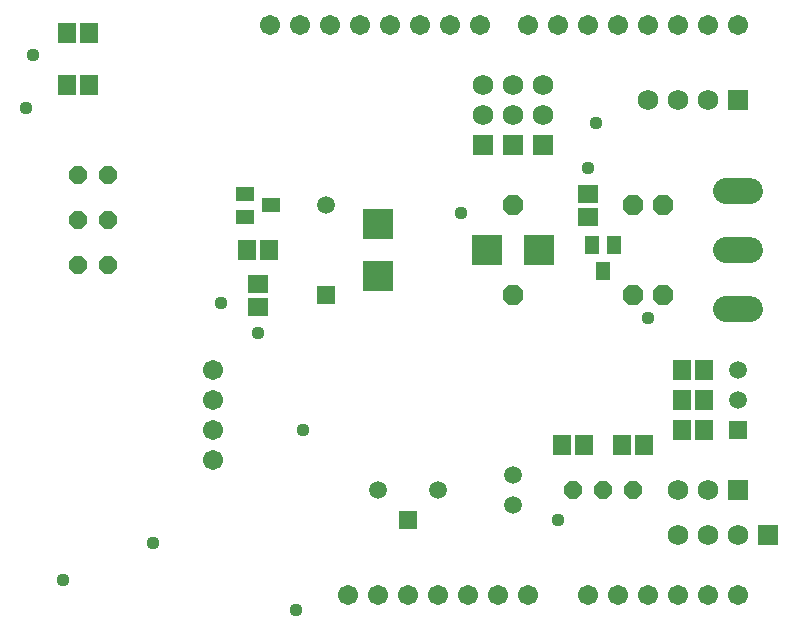
<source format=gbs>
G75*
%MOIN*%
%OFA0B0*%
%FSLAX25Y25*%
%IPPOS*%
%LPD*%
%AMOC8*
5,1,8,0,0,1.08239X$1,22.5*
%
%ADD10R,0.05918X0.06706*%
%ADD11OC8,0.06000*%
%ADD12R,0.05950X0.05950*%
%ADD13C,0.05950*%
%ADD14R,0.06312X0.04737*%
%ADD15R,0.06706X0.05918*%
%ADD16R,0.10249X0.10249*%
%ADD17OC8,0.06737*%
%ADD18R,0.04737X0.06312*%
%ADD19C,0.08600*%
%ADD20C,0.06737*%
%ADD21R,0.06800X0.06800*%
%ADD22C,0.06800*%
%ADD23C,0.04369*%
D10*
X0108855Y0130167D03*
X0116335Y0130167D03*
X0056335Y0185167D03*
X0048855Y0185167D03*
X0048855Y0202667D03*
X0056335Y0202667D03*
X0213855Y0065167D03*
X0221335Y0065167D03*
X0233855Y0065167D03*
X0241335Y0065167D03*
X0253855Y0070167D03*
X0261335Y0070167D03*
X0261335Y0080167D03*
X0253855Y0080167D03*
X0253855Y0090167D03*
X0261335Y0090167D03*
D11*
X0237595Y0050167D03*
X0227595Y0050167D03*
X0217595Y0050167D03*
X0062595Y0125167D03*
X0052595Y0125167D03*
X0052595Y0140167D03*
X0062595Y0140167D03*
X0062595Y0155167D03*
X0052595Y0155167D03*
D12*
X0135095Y0115167D03*
X0162595Y0040167D03*
X0272595Y0070167D03*
D13*
X0272595Y0080167D03*
X0272595Y0090167D03*
X0197595Y0055167D03*
X0197595Y0045167D03*
X0172595Y0050167D03*
X0152595Y0050167D03*
X0135095Y0145167D03*
D14*
X0116926Y0145167D03*
X0108264Y0148907D03*
X0108264Y0141427D03*
D15*
X0112595Y0118907D03*
X0112595Y0111427D03*
X0222595Y0141427D03*
X0222595Y0148907D03*
D16*
X0206257Y0130167D03*
X0188934Y0130167D03*
X0152595Y0138828D03*
X0152595Y0121505D03*
D17*
X0197595Y0115167D03*
X0197595Y0145167D03*
X0237595Y0145167D03*
X0247595Y0145167D03*
X0247595Y0115167D03*
X0237595Y0115167D03*
D18*
X0227595Y0123336D03*
X0223855Y0131997D03*
X0231335Y0131997D03*
D19*
X0268695Y0130167D02*
X0276495Y0130167D01*
X0276495Y0110467D02*
X0268695Y0110467D01*
X0268695Y0149867D02*
X0276495Y0149867D01*
D20*
X0272595Y0205167D03*
X0262595Y0205167D03*
X0252595Y0205167D03*
X0242595Y0205167D03*
X0232595Y0205167D03*
X0222595Y0205167D03*
X0212595Y0205167D03*
X0202595Y0205167D03*
X0186595Y0205167D03*
X0176595Y0205167D03*
X0166595Y0205167D03*
X0156595Y0205167D03*
X0146595Y0205167D03*
X0136595Y0205167D03*
X0126595Y0205167D03*
X0116595Y0205167D03*
X0097595Y0090167D03*
X0097595Y0080167D03*
X0097595Y0070167D03*
X0097595Y0060167D03*
X0142595Y0015167D03*
X0152595Y0015167D03*
X0162595Y0015167D03*
X0172595Y0015167D03*
X0182595Y0015167D03*
X0192595Y0015167D03*
X0202595Y0015167D03*
X0222595Y0015167D03*
X0232595Y0015167D03*
X0242595Y0015167D03*
X0252595Y0015167D03*
X0262595Y0015167D03*
X0272595Y0015167D03*
D21*
X0282595Y0035167D03*
X0272595Y0050167D03*
X0207595Y0165167D03*
X0197595Y0165167D03*
X0187595Y0165167D03*
X0272595Y0180167D03*
D22*
X0262595Y0180167D03*
X0252595Y0180167D03*
X0242595Y0180167D03*
X0207595Y0185167D03*
X0197595Y0185167D03*
X0187595Y0185167D03*
X0187595Y0175167D03*
X0197595Y0175167D03*
X0207595Y0175167D03*
X0252595Y0050167D03*
X0262595Y0050167D03*
X0262595Y0035167D03*
X0252595Y0035167D03*
X0272595Y0035167D03*
D23*
X0047595Y0020167D03*
X0077595Y0032667D03*
X0125095Y0010167D03*
X0127595Y0070167D03*
X0112595Y0102667D03*
X0100095Y0112667D03*
X0180095Y0142667D03*
X0222595Y0157667D03*
X0225095Y0172667D03*
X0242595Y0107667D03*
X0212595Y0040167D03*
X0035095Y0177667D03*
X0037595Y0195167D03*
M02*

</source>
